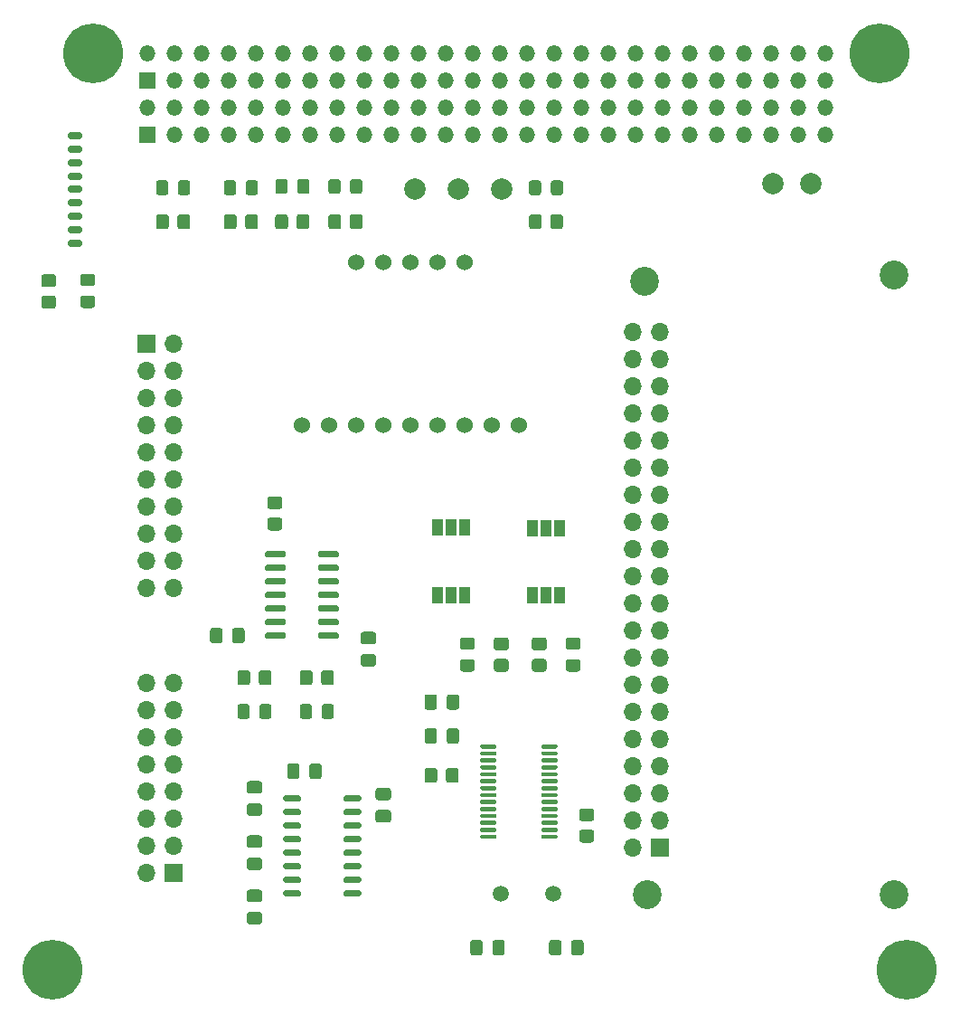
<source format=gbr>
%TF.GenerationSoftware,KiCad,Pcbnew,(5.1.9)-1*%
%TF.CreationDate,2021-10-27T20:29:57-04:00*%
%TF.ProjectId,REVERB Interface,52455645-5242-4204-996e-746572666163,rev?*%
%TF.SameCoordinates,Original*%
%TF.FileFunction,Soldermask,Top*%
%TF.FilePolarity,Negative*%
%FSLAX46Y46*%
G04 Gerber Fmt 4.6, Leading zero omitted, Abs format (unit mm)*
G04 Created by KiCad (PCBNEW (5.1.9)-1) date 2021-10-27 20:29:57*
%MOMM*%
%LPD*%
G01*
G04 APERTURE LIST*
%ADD10C,1.500000*%
%ADD11C,2.000000*%
%ADD12C,2.700000*%
%ADD13R,1.000000X1.500000*%
%ADD14C,1.524000*%
%ADD15C,5.600000*%
%ADD16C,3.600000*%
%ADD17O,1.400000X0.700000*%
%ADD18O,1.700000X1.700000*%
%ADD19R,1.700000X1.700000*%
%ADD20O,1.500000X1.500000*%
%ADD21R,1.500000X1.500000*%
G04 APERTURE END LIST*
%TO.C,U4*%
G36*
G01*
X133755000Y-112245000D02*
X133755000Y-112545000D01*
G75*
G02*
X133605000Y-112695000I-150000J0D01*
G01*
X131955000Y-112695000D01*
G75*
G02*
X131805000Y-112545000I0J150000D01*
G01*
X131805000Y-112245000D01*
G75*
G02*
X131955000Y-112095000I150000J0D01*
G01*
X133605000Y-112095000D01*
G75*
G02*
X133755000Y-112245000I0J-150000D01*
G01*
G37*
G36*
G01*
X133755000Y-110975000D02*
X133755000Y-111275000D01*
G75*
G02*
X133605000Y-111425000I-150000J0D01*
G01*
X131955000Y-111425000D01*
G75*
G02*
X131805000Y-111275000I0J150000D01*
G01*
X131805000Y-110975000D01*
G75*
G02*
X131955000Y-110825000I150000J0D01*
G01*
X133605000Y-110825000D01*
G75*
G02*
X133755000Y-110975000I0J-150000D01*
G01*
G37*
G36*
G01*
X133755000Y-109705000D02*
X133755000Y-110005000D01*
G75*
G02*
X133605000Y-110155000I-150000J0D01*
G01*
X131955000Y-110155000D01*
G75*
G02*
X131805000Y-110005000I0J150000D01*
G01*
X131805000Y-109705000D01*
G75*
G02*
X131955000Y-109555000I150000J0D01*
G01*
X133605000Y-109555000D01*
G75*
G02*
X133755000Y-109705000I0J-150000D01*
G01*
G37*
G36*
G01*
X133755000Y-108435000D02*
X133755000Y-108735000D01*
G75*
G02*
X133605000Y-108885000I-150000J0D01*
G01*
X131955000Y-108885000D01*
G75*
G02*
X131805000Y-108735000I0J150000D01*
G01*
X131805000Y-108435000D01*
G75*
G02*
X131955000Y-108285000I150000J0D01*
G01*
X133605000Y-108285000D01*
G75*
G02*
X133755000Y-108435000I0J-150000D01*
G01*
G37*
G36*
G01*
X133755000Y-107165000D02*
X133755000Y-107465000D01*
G75*
G02*
X133605000Y-107615000I-150000J0D01*
G01*
X131955000Y-107615000D01*
G75*
G02*
X131805000Y-107465000I0J150000D01*
G01*
X131805000Y-107165000D01*
G75*
G02*
X131955000Y-107015000I150000J0D01*
G01*
X133605000Y-107015000D01*
G75*
G02*
X133755000Y-107165000I0J-150000D01*
G01*
G37*
G36*
G01*
X133755000Y-105895000D02*
X133755000Y-106195000D01*
G75*
G02*
X133605000Y-106345000I-150000J0D01*
G01*
X131955000Y-106345000D01*
G75*
G02*
X131805000Y-106195000I0J150000D01*
G01*
X131805000Y-105895000D01*
G75*
G02*
X131955000Y-105745000I150000J0D01*
G01*
X133605000Y-105745000D01*
G75*
G02*
X133755000Y-105895000I0J-150000D01*
G01*
G37*
G36*
G01*
X133755000Y-104625000D02*
X133755000Y-104925000D01*
G75*
G02*
X133605000Y-105075000I-150000J0D01*
G01*
X131955000Y-105075000D01*
G75*
G02*
X131805000Y-104925000I0J150000D01*
G01*
X131805000Y-104625000D01*
G75*
G02*
X131955000Y-104475000I150000J0D01*
G01*
X133605000Y-104475000D01*
G75*
G02*
X133755000Y-104625000I0J-150000D01*
G01*
G37*
G36*
G01*
X138705000Y-104625000D02*
X138705000Y-104925000D01*
G75*
G02*
X138555000Y-105075000I-150000J0D01*
G01*
X136905000Y-105075000D01*
G75*
G02*
X136755000Y-104925000I0J150000D01*
G01*
X136755000Y-104625000D01*
G75*
G02*
X136905000Y-104475000I150000J0D01*
G01*
X138555000Y-104475000D01*
G75*
G02*
X138705000Y-104625000I0J-150000D01*
G01*
G37*
G36*
G01*
X138705000Y-105895000D02*
X138705000Y-106195000D01*
G75*
G02*
X138555000Y-106345000I-150000J0D01*
G01*
X136905000Y-106345000D01*
G75*
G02*
X136755000Y-106195000I0J150000D01*
G01*
X136755000Y-105895000D01*
G75*
G02*
X136905000Y-105745000I150000J0D01*
G01*
X138555000Y-105745000D01*
G75*
G02*
X138705000Y-105895000I0J-150000D01*
G01*
G37*
G36*
G01*
X138705000Y-107165000D02*
X138705000Y-107465000D01*
G75*
G02*
X138555000Y-107615000I-150000J0D01*
G01*
X136905000Y-107615000D01*
G75*
G02*
X136755000Y-107465000I0J150000D01*
G01*
X136755000Y-107165000D01*
G75*
G02*
X136905000Y-107015000I150000J0D01*
G01*
X138555000Y-107015000D01*
G75*
G02*
X138705000Y-107165000I0J-150000D01*
G01*
G37*
G36*
G01*
X138705000Y-108435000D02*
X138705000Y-108735000D01*
G75*
G02*
X138555000Y-108885000I-150000J0D01*
G01*
X136905000Y-108885000D01*
G75*
G02*
X136755000Y-108735000I0J150000D01*
G01*
X136755000Y-108435000D01*
G75*
G02*
X136905000Y-108285000I150000J0D01*
G01*
X138555000Y-108285000D01*
G75*
G02*
X138705000Y-108435000I0J-150000D01*
G01*
G37*
G36*
G01*
X138705000Y-109705000D02*
X138705000Y-110005000D01*
G75*
G02*
X138555000Y-110155000I-150000J0D01*
G01*
X136905000Y-110155000D01*
G75*
G02*
X136755000Y-110005000I0J150000D01*
G01*
X136755000Y-109705000D01*
G75*
G02*
X136905000Y-109555000I150000J0D01*
G01*
X138555000Y-109555000D01*
G75*
G02*
X138705000Y-109705000I0J-150000D01*
G01*
G37*
G36*
G01*
X138705000Y-110975000D02*
X138705000Y-111275000D01*
G75*
G02*
X138555000Y-111425000I-150000J0D01*
G01*
X136905000Y-111425000D01*
G75*
G02*
X136755000Y-111275000I0J150000D01*
G01*
X136755000Y-110975000D01*
G75*
G02*
X136905000Y-110825000I150000J0D01*
G01*
X138555000Y-110825000D01*
G75*
G02*
X138705000Y-110975000I0J-150000D01*
G01*
G37*
G36*
G01*
X138705000Y-112245000D02*
X138705000Y-112545000D01*
G75*
G02*
X138555000Y-112695000I-150000J0D01*
G01*
X136905000Y-112695000D01*
G75*
G02*
X136755000Y-112545000I0J150000D01*
G01*
X136755000Y-112245000D01*
G75*
G02*
X136905000Y-112095000I150000J0D01*
G01*
X138555000Y-112095000D01*
G75*
G02*
X138705000Y-112245000I0J-150000D01*
G01*
G37*
%TD*%
%TO.C,R13*%
G36*
G01*
X133165001Y-100565000D02*
X132264999Y-100565000D01*
G75*
G02*
X132015000Y-100315001I0J249999D01*
G01*
X132015000Y-99614999D01*
G75*
G02*
X132264999Y-99365000I249999J0D01*
G01*
X133165001Y-99365000D01*
G75*
G02*
X133415000Y-99614999I0J-249999D01*
G01*
X133415000Y-100315001D01*
G75*
G02*
X133165001Y-100565000I-249999J0D01*
G01*
G37*
G36*
G01*
X133165001Y-102565000D02*
X132264999Y-102565000D01*
G75*
G02*
X132015000Y-102315001I0J249999D01*
G01*
X132015000Y-101614999D01*
G75*
G02*
X132264999Y-101365000I249999J0D01*
G01*
X133165001Y-101365000D01*
G75*
G02*
X133415000Y-101614999I0J-249999D01*
G01*
X133415000Y-102315001D01*
G75*
G02*
X133165001Y-102565000I-249999J0D01*
G01*
G37*
%TD*%
%TO.C,C11*%
G36*
G01*
X141003000Y-114115000D02*
X141953000Y-114115000D01*
G75*
G02*
X142203000Y-114365000I0J-250000D01*
G01*
X142203000Y-115040000D01*
G75*
G02*
X141953000Y-115290000I-250000J0D01*
G01*
X141003000Y-115290000D01*
G75*
G02*
X140753000Y-115040000I0J250000D01*
G01*
X140753000Y-114365000D01*
G75*
G02*
X141003000Y-114115000I250000J0D01*
G01*
G37*
G36*
G01*
X141003000Y-112040000D02*
X141953000Y-112040000D01*
G75*
G02*
X142203000Y-112290000I0J-250000D01*
G01*
X142203000Y-112965000D01*
G75*
G02*
X141953000Y-113215000I-250000J0D01*
G01*
X141003000Y-113215000D01*
G75*
G02*
X140753000Y-112965000I0J250000D01*
G01*
X140753000Y-112290000D01*
G75*
G02*
X141003000Y-112040000I250000J0D01*
G01*
G37*
%TD*%
%TO.C,C10*%
G36*
G01*
X127820000Y-111920000D02*
X127820000Y-112870000D01*
G75*
G02*
X127570000Y-113120000I-250000J0D01*
G01*
X126895000Y-113120000D01*
G75*
G02*
X126645000Y-112870000I0J250000D01*
G01*
X126645000Y-111920000D01*
G75*
G02*
X126895000Y-111670000I250000J0D01*
G01*
X127570000Y-111670000D01*
G75*
G02*
X127820000Y-111920000I0J-250000D01*
G01*
G37*
G36*
G01*
X129895000Y-111920000D02*
X129895000Y-112870000D01*
G75*
G02*
X129645000Y-113120000I-250000J0D01*
G01*
X128970000Y-113120000D01*
G75*
G02*
X128720000Y-112870000I0J250000D01*
G01*
X128720000Y-111920000D01*
G75*
G02*
X128970000Y-111670000I250000J0D01*
G01*
X129645000Y-111670000D01*
G75*
G02*
X129895000Y-111920000I0J-250000D01*
G01*
G37*
%TD*%
%TO.C,U2*%
G36*
G01*
X139354999Y-136200000D02*
X140614997Y-136200000D01*
G75*
G02*
X140809997Y-136395000I0J-195000D01*
G01*
X140809997Y-136655000D01*
G75*
G02*
X140614997Y-136850000I-195000J0D01*
G01*
X139354999Y-136850000D01*
G75*
G02*
X139159999Y-136655000I0J195000D01*
G01*
X139159999Y-136395000D01*
G75*
G02*
X139354999Y-136200000I195000J0D01*
G01*
G37*
G36*
G01*
X139354999Y-134930000D02*
X140614997Y-134930000D01*
G75*
G02*
X140809997Y-135125000I0J-195000D01*
G01*
X140809997Y-135385000D01*
G75*
G02*
X140614997Y-135580000I-195000J0D01*
G01*
X139354999Y-135580000D01*
G75*
G02*
X139159999Y-135385000I0J195000D01*
G01*
X139159999Y-135125000D01*
G75*
G02*
X139354999Y-134930000I195000J0D01*
G01*
G37*
G36*
G01*
X139354999Y-133660000D02*
X140614997Y-133660000D01*
G75*
G02*
X140809997Y-133855000I0J-195000D01*
G01*
X140809997Y-134115000D01*
G75*
G02*
X140614997Y-134310000I-195000J0D01*
G01*
X139354999Y-134310000D01*
G75*
G02*
X139159999Y-134115000I0J195000D01*
G01*
X139159999Y-133855000D01*
G75*
G02*
X139354999Y-133660000I195000J0D01*
G01*
G37*
G36*
G01*
X139354999Y-132390000D02*
X140614997Y-132390000D01*
G75*
G02*
X140809997Y-132585000I0J-195000D01*
G01*
X140809997Y-132845000D01*
G75*
G02*
X140614997Y-133040000I-195000J0D01*
G01*
X139354999Y-133040000D01*
G75*
G02*
X139159999Y-132845000I0J195000D01*
G01*
X139159999Y-132585000D01*
G75*
G02*
X139354999Y-132390000I195000J0D01*
G01*
G37*
G36*
G01*
X139354999Y-131120000D02*
X140614997Y-131120000D01*
G75*
G02*
X140809997Y-131315000I0J-195000D01*
G01*
X140809997Y-131575000D01*
G75*
G02*
X140614997Y-131770000I-195000J0D01*
G01*
X139354999Y-131770000D01*
G75*
G02*
X139159999Y-131575000I0J195000D01*
G01*
X139159999Y-131315000D01*
G75*
G02*
X139354999Y-131120000I195000J0D01*
G01*
G37*
G36*
G01*
X139354999Y-129850000D02*
X140614997Y-129850000D01*
G75*
G02*
X140809997Y-130045000I0J-195000D01*
G01*
X140809997Y-130305000D01*
G75*
G02*
X140614997Y-130500000I-195000J0D01*
G01*
X139354999Y-130500000D01*
G75*
G02*
X139159999Y-130305000I0J195000D01*
G01*
X139159999Y-130045000D01*
G75*
G02*
X139354999Y-129850000I195000J0D01*
G01*
G37*
G36*
G01*
X139354999Y-128580000D02*
X140614997Y-128580000D01*
G75*
G02*
X140809997Y-128775000I0J-195000D01*
G01*
X140809997Y-129035000D01*
G75*
G02*
X140614997Y-129230000I-195000J0D01*
G01*
X139354999Y-129230000D01*
G75*
G02*
X139159999Y-129035000I0J195000D01*
G01*
X139159999Y-128775000D01*
G75*
G02*
X139354999Y-128580000I195000J0D01*
G01*
G37*
G36*
G01*
X139354999Y-127310000D02*
X140614997Y-127310000D01*
G75*
G02*
X140809997Y-127505000I0J-195000D01*
G01*
X140809997Y-127765000D01*
G75*
G02*
X140614997Y-127960000I-195000J0D01*
G01*
X139354999Y-127960000D01*
G75*
G02*
X139159999Y-127765000I0J195000D01*
G01*
X139159999Y-127505000D01*
G75*
G02*
X139354999Y-127310000I195000J0D01*
G01*
G37*
G36*
G01*
X133705000Y-136200000D02*
X134964998Y-136200000D01*
G75*
G02*
X135159998Y-136395000I0J-195000D01*
G01*
X135159998Y-136655000D01*
G75*
G02*
X134964998Y-136850000I-195000J0D01*
G01*
X133705000Y-136850000D01*
G75*
G02*
X133510000Y-136655000I0J195000D01*
G01*
X133510000Y-136395000D01*
G75*
G02*
X133705000Y-136200000I195000J0D01*
G01*
G37*
G36*
G01*
X133705000Y-134930000D02*
X134964998Y-134930000D01*
G75*
G02*
X135159998Y-135125000I0J-195000D01*
G01*
X135159998Y-135385000D01*
G75*
G02*
X134964998Y-135580000I-195000J0D01*
G01*
X133705000Y-135580000D01*
G75*
G02*
X133510000Y-135385000I0J195000D01*
G01*
X133510000Y-135125000D01*
G75*
G02*
X133705000Y-134930000I195000J0D01*
G01*
G37*
G36*
G01*
X133705000Y-133660000D02*
X134964998Y-133660000D01*
G75*
G02*
X135159998Y-133855000I0J-195000D01*
G01*
X135159998Y-134115000D01*
G75*
G02*
X134964998Y-134310000I-195000J0D01*
G01*
X133705000Y-134310000D01*
G75*
G02*
X133510000Y-134115000I0J195000D01*
G01*
X133510000Y-133855000D01*
G75*
G02*
X133705000Y-133660000I195000J0D01*
G01*
G37*
G36*
G01*
X133705000Y-132390000D02*
X134964998Y-132390000D01*
G75*
G02*
X135159998Y-132585000I0J-195000D01*
G01*
X135159998Y-132845000D01*
G75*
G02*
X134964998Y-133040000I-195000J0D01*
G01*
X133705000Y-133040000D01*
G75*
G02*
X133510000Y-132845000I0J195000D01*
G01*
X133510000Y-132585000D01*
G75*
G02*
X133705000Y-132390000I195000J0D01*
G01*
G37*
G36*
G01*
X133705000Y-131120000D02*
X134964998Y-131120000D01*
G75*
G02*
X135159998Y-131315000I0J-195000D01*
G01*
X135159998Y-131575000D01*
G75*
G02*
X134964998Y-131770000I-195000J0D01*
G01*
X133705000Y-131770000D01*
G75*
G02*
X133510000Y-131575000I0J195000D01*
G01*
X133510000Y-131315000D01*
G75*
G02*
X133705000Y-131120000I195000J0D01*
G01*
G37*
G36*
G01*
X133705000Y-129850000D02*
X134964998Y-129850000D01*
G75*
G02*
X135159998Y-130045000I0J-195000D01*
G01*
X135159998Y-130305000D01*
G75*
G02*
X134964998Y-130500000I-195000J0D01*
G01*
X133705000Y-130500000D01*
G75*
G02*
X133510000Y-130305000I0J195000D01*
G01*
X133510000Y-130045000D01*
G75*
G02*
X133705000Y-129850000I195000J0D01*
G01*
G37*
G36*
G01*
X133705000Y-128580000D02*
X134964998Y-128580000D01*
G75*
G02*
X135159998Y-128775000I0J-195000D01*
G01*
X135159998Y-129035000D01*
G75*
G02*
X134964998Y-129230000I-195000J0D01*
G01*
X133705000Y-129230000D01*
G75*
G02*
X133510000Y-129035000I0J195000D01*
G01*
X133510000Y-128775000D01*
G75*
G02*
X133705000Y-128580000I195000J0D01*
G01*
G37*
G36*
G01*
X133705000Y-127310000D02*
X134964998Y-127310000D01*
G75*
G02*
X135159998Y-127505000I0J-195000D01*
G01*
X135159998Y-127765000D01*
G75*
G02*
X134964998Y-127960000I-195000J0D01*
G01*
X133705000Y-127960000D01*
G75*
G02*
X133510000Y-127765000I0J195000D01*
G01*
X133510000Y-127505000D01*
G75*
G02*
X133705000Y-127310000I195000J0D01*
G01*
G37*
%TD*%
%TO.C,R12*%
G36*
G01*
X158515000Y-74110001D02*
X158515000Y-73209999D01*
G75*
G02*
X158764999Y-72960000I249999J0D01*
G01*
X159465001Y-72960000D01*
G75*
G02*
X159715000Y-73209999I0J-249999D01*
G01*
X159715000Y-74110001D01*
G75*
G02*
X159465001Y-74360000I-249999J0D01*
G01*
X158764999Y-74360000D01*
G75*
G02*
X158515000Y-74110001I0J249999D01*
G01*
G37*
G36*
G01*
X156515000Y-74110001D02*
X156515000Y-73209999D01*
G75*
G02*
X156764999Y-72960000I249999J0D01*
G01*
X157465001Y-72960000D01*
G75*
G02*
X157715000Y-73209999I0J-249999D01*
G01*
X157715000Y-74110001D01*
G75*
G02*
X157465001Y-74360000I-249999J0D01*
G01*
X156764999Y-74360000D01*
G75*
G02*
X156515000Y-74110001I0J249999D01*
G01*
G37*
%TD*%
%TO.C,R11*%
G36*
G01*
X111079999Y-80583000D02*
X111980001Y-80583000D01*
G75*
G02*
X112230000Y-80832999I0J-249999D01*
G01*
X112230000Y-81533001D01*
G75*
G02*
X111980001Y-81783000I-249999J0D01*
G01*
X111079999Y-81783000D01*
G75*
G02*
X110830000Y-81533001I0J249999D01*
G01*
X110830000Y-80832999D01*
G75*
G02*
X111079999Y-80583000I249999J0D01*
G01*
G37*
G36*
G01*
X111079999Y-78583000D02*
X111980001Y-78583000D01*
G75*
G02*
X112230000Y-78832999I0J-249999D01*
G01*
X112230000Y-79533001D01*
G75*
G02*
X111980001Y-79783000I-249999J0D01*
G01*
X111079999Y-79783000D01*
G75*
G02*
X110830000Y-79533001I0J249999D01*
G01*
X110830000Y-78832999D01*
G75*
G02*
X111079999Y-78583000I249999J0D01*
G01*
G37*
%TD*%
%TO.C,R10*%
G36*
G01*
X129140000Y-73209999D02*
X129140000Y-74110001D01*
G75*
G02*
X128890001Y-74360000I-249999J0D01*
G01*
X128189999Y-74360000D01*
G75*
G02*
X127940000Y-74110001I0J249999D01*
G01*
X127940000Y-73209999D01*
G75*
G02*
X128189999Y-72960000I249999J0D01*
G01*
X128890001Y-72960000D01*
G75*
G02*
X129140000Y-73209999I0J-249999D01*
G01*
G37*
G36*
G01*
X131140000Y-73209999D02*
X131140000Y-74110001D01*
G75*
G02*
X130890001Y-74360000I-249999J0D01*
G01*
X130189999Y-74360000D01*
G75*
G02*
X129940000Y-74110001I0J249999D01*
G01*
X129940000Y-73209999D01*
G75*
G02*
X130189999Y-72960000I249999J0D01*
G01*
X130890001Y-72960000D01*
G75*
G02*
X131140000Y-73209999I0J-249999D01*
G01*
G37*
%TD*%
%TO.C,R9*%
G36*
G01*
X122790000Y-73209999D02*
X122790000Y-74110001D01*
G75*
G02*
X122540001Y-74360000I-249999J0D01*
G01*
X121839999Y-74360000D01*
G75*
G02*
X121590000Y-74110001I0J249999D01*
G01*
X121590000Y-73209999D01*
G75*
G02*
X121839999Y-72960000I249999J0D01*
G01*
X122540001Y-72960000D01*
G75*
G02*
X122790000Y-73209999I0J-249999D01*
G01*
G37*
G36*
G01*
X124790000Y-73209999D02*
X124790000Y-74110001D01*
G75*
G02*
X124540001Y-74360000I-249999J0D01*
G01*
X123839999Y-74360000D01*
G75*
G02*
X123590000Y-74110001I0J249999D01*
G01*
X123590000Y-73209999D01*
G75*
G02*
X123839999Y-72960000I249999J0D01*
G01*
X124540001Y-72960000D01*
G75*
G02*
X124790000Y-73209999I0J-249999D01*
G01*
G37*
%TD*%
%TO.C,D12*%
G36*
G01*
X158565000Y-70935001D02*
X158565000Y-70034999D01*
G75*
G02*
X158814999Y-69785000I249999J0D01*
G01*
X159465001Y-69785000D01*
G75*
G02*
X159715000Y-70034999I0J-249999D01*
G01*
X159715000Y-70935001D01*
G75*
G02*
X159465001Y-71185000I-249999J0D01*
G01*
X158814999Y-71185000D01*
G75*
G02*
X158565000Y-70935001I0J249999D01*
G01*
G37*
G36*
G01*
X156515000Y-70935001D02*
X156515000Y-70034999D01*
G75*
G02*
X156764999Y-69785000I249999J0D01*
G01*
X157415001Y-69785000D01*
G75*
G02*
X157665000Y-70034999I0J-249999D01*
G01*
X157665000Y-70935001D01*
G75*
G02*
X157415001Y-71185000I-249999J0D01*
G01*
X156764999Y-71185000D01*
G75*
G02*
X156515000Y-70935001I0J249999D01*
G01*
G37*
%TD*%
%TO.C,D11*%
G36*
G01*
X114738999Y-80587000D02*
X115639001Y-80587000D01*
G75*
G02*
X115889000Y-80836999I0J-249999D01*
G01*
X115889000Y-81487001D01*
G75*
G02*
X115639001Y-81737000I-249999J0D01*
G01*
X114738999Y-81737000D01*
G75*
G02*
X114489000Y-81487001I0J249999D01*
G01*
X114489000Y-80836999D01*
G75*
G02*
X114738999Y-80587000I249999J0D01*
G01*
G37*
G36*
G01*
X114738999Y-78537000D02*
X115639001Y-78537000D01*
G75*
G02*
X115889000Y-78786999I0J-249999D01*
G01*
X115889000Y-79437001D01*
G75*
G02*
X115639001Y-79687000I-249999J0D01*
G01*
X114738999Y-79687000D01*
G75*
G02*
X114489000Y-79437001I0J249999D01*
G01*
X114489000Y-78786999D01*
G75*
G02*
X114738999Y-78537000I249999J0D01*
G01*
G37*
%TD*%
%TO.C,D10*%
G36*
G01*
X129090000Y-70034999D02*
X129090000Y-70935001D01*
G75*
G02*
X128840001Y-71185000I-249999J0D01*
G01*
X128189999Y-71185000D01*
G75*
G02*
X127940000Y-70935001I0J249999D01*
G01*
X127940000Y-70034999D01*
G75*
G02*
X128189999Y-69785000I249999J0D01*
G01*
X128840001Y-69785000D01*
G75*
G02*
X129090000Y-70034999I0J-249999D01*
G01*
G37*
G36*
G01*
X131140000Y-70034999D02*
X131140000Y-70935001D01*
G75*
G02*
X130890001Y-71185000I-249999J0D01*
G01*
X130239999Y-71185000D01*
G75*
G02*
X129990000Y-70935001I0J249999D01*
G01*
X129990000Y-70034999D01*
G75*
G02*
X130239999Y-69785000I249999J0D01*
G01*
X130890001Y-69785000D01*
G75*
G02*
X131140000Y-70034999I0J-249999D01*
G01*
G37*
%TD*%
%TO.C,D9*%
G36*
G01*
X122740000Y-70034999D02*
X122740000Y-70935001D01*
G75*
G02*
X122490001Y-71185000I-249999J0D01*
G01*
X121839999Y-71185000D01*
G75*
G02*
X121590000Y-70935001I0J249999D01*
G01*
X121590000Y-70034999D01*
G75*
G02*
X121839999Y-69785000I249999J0D01*
G01*
X122490001Y-69785000D01*
G75*
G02*
X122740000Y-70034999I0J-249999D01*
G01*
G37*
G36*
G01*
X124790000Y-70034999D02*
X124790000Y-70935001D01*
G75*
G02*
X124540001Y-71185000I-249999J0D01*
G01*
X123889999Y-71185000D01*
G75*
G02*
X123640000Y-70935001I0J249999D01*
G01*
X123640000Y-70034999D01*
G75*
G02*
X123889999Y-69785000I249999J0D01*
G01*
X124540001Y-69785000D01*
G75*
G02*
X124790000Y-70034999I0J-249999D01*
G01*
G37*
%TD*%
%TO.C,C7*%
G36*
G01*
X148807500Y-119093000D02*
X148807500Y-118143000D01*
G75*
G02*
X149057500Y-117893000I250000J0D01*
G01*
X149732500Y-117893000D01*
G75*
G02*
X149982500Y-118143000I0J-250000D01*
G01*
X149982500Y-119093000D01*
G75*
G02*
X149732500Y-119343000I-250000J0D01*
G01*
X149057500Y-119343000D01*
G75*
G02*
X148807500Y-119093000I0J250000D01*
G01*
G37*
G36*
G01*
X146732500Y-119093000D02*
X146732500Y-118143000D01*
G75*
G02*
X146982500Y-117893000I250000J0D01*
G01*
X147657500Y-117893000D01*
G75*
G02*
X147907500Y-118143000I0J-250000D01*
G01*
X147907500Y-119093000D01*
G75*
G02*
X147657500Y-119343000I-250000J0D01*
G01*
X146982500Y-119343000D01*
G75*
G02*
X146732500Y-119093000I0J250000D01*
G01*
G37*
%TD*%
%TO.C,C6*%
G36*
G01*
X148807500Y-122268000D02*
X148807500Y-121318000D01*
G75*
G02*
X149057500Y-121068000I250000J0D01*
G01*
X149732500Y-121068000D01*
G75*
G02*
X149982500Y-121318000I0J-250000D01*
G01*
X149982500Y-122268000D01*
G75*
G02*
X149732500Y-122518000I-250000J0D01*
G01*
X149057500Y-122518000D01*
G75*
G02*
X148807500Y-122268000I0J250000D01*
G01*
G37*
G36*
G01*
X146732500Y-122268000D02*
X146732500Y-121318000D01*
G75*
G02*
X146982500Y-121068000I250000J0D01*
G01*
X147657500Y-121068000D01*
G75*
G02*
X147907500Y-121318000I0J-250000D01*
G01*
X147907500Y-122268000D01*
G75*
G02*
X147657500Y-122518000I-250000J0D01*
G01*
X146982500Y-122518000D01*
G75*
G02*
X146732500Y-122268000I0J250000D01*
G01*
G37*
%TD*%
D10*
%TO.C,Y1*%
X153870000Y-136525000D03*
X158750000Y-136525000D03*
%TD*%
%TO.C,U3*%
G36*
G01*
X157700000Y-122875000D02*
X157700000Y-122675000D01*
G75*
G02*
X157800000Y-122575000I100000J0D01*
G01*
X159075000Y-122575000D01*
G75*
G02*
X159175000Y-122675000I0J-100000D01*
G01*
X159175000Y-122875000D01*
G75*
G02*
X159075000Y-122975000I-100000J0D01*
G01*
X157800000Y-122975000D01*
G75*
G02*
X157700000Y-122875000I0J100000D01*
G01*
G37*
G36*
G01*
X157700000Y-123525000D02*
X157700000Y-123325000D01*
G75*
G02*
X157800000Y-123225000I100000J0D01*
G01*
X159075000Y-123225000D01*
G75*
G02*
X159175000Y-123325000I0J-100000D01*
G01*
X159175000Y-123525000D01*
G75*
G02*
X159075000Y-123625000I-100000J0D01*
G01*
X157800000Y-123625000D01*
G75*
G02*
X157700000Y-123525000I0J100000D01*
G01*
G37*
G36*
G01*
X157700000Y-124175000D02*
X157700000Y-123975000D01*
G75*
G02*
X157800000Y-123875000I100000J0D01*
G01*
X159075000Y-123875000D01*
G75*
G02*
X159175000Y-123975000I0J-100000D01*
G01*
X159175000Y-124175000D01*
G75*
G02*
X159075000Y-124275000I-100000J0D01*
G01*
X157800000Y-124275000D01*
G75*
G02*
X157700000Y-124175000I0J100000D01*
G01*
G37*
G36*
G01*
X157700000Y-124825000D02*
X157700000Y-124625000D01*
G75*
G02*
X157800000Y-124525000I100000J0D01*
G01*
X159075000Y-124525000D01*
G75*
G02*
X159175000Y-124625000I0J-100000D01*
G01*
X159175000Y-124825000D01*
G75*
G02*
X159075000Y-124925000I-100000J0D01*
G01*
X157800000Y-124925000D01*
G75*
G02*
X157700000Y-124825000I0J100000D01*
G01*
G37*
G36*
G01*
X157700000Y-125475000D02*
X157700000Y-125275000D01*
G75*
G02*
X157800000Y-125175000I100000J0D01*
G01*
X159075000Y-125175000D01*
G75*
G02*
X159175000Y-125275000I0J-100000D01*
G01*
X159175000Y-125475000D01*
G75*
G02*
X159075000Y-125575000I-100000J0D01*
G01*
X157800000Y-125575000D01*
G75*
G02*
X157700000Y-125475000I0J100000D01*
G01*
G37*
G36*
G01*
X157700000Y-126125000D02*
X157700000Y-125925000D01*
G75*
G02*
X157800000Y-125825000I100000J0D01*
G01*
X159075000Y-125825000D01*
G75*
G02*
X159175000Y-125925000I0J-100000D01*
G01*
X159175000Y-126125000D01*
G75*
G02*
X159075000Y-126225000I-100000J0D01*
G01*
X157800000Y-126225000D01*
G75*
G02*
X157700000Y-126125000I0J100000D01*
G01*
G37*
G36*
G01*
X157700000Y-126775000D02*
X157700000Y-126575000D01*
G75*
G02*
X157800000Y-126475000I100000J0D01*
G01*
X159075000Y-126475000D01*
G75*
G02*
X159175000Y-126575000I0J-100000D01*
G01*
X159175000Y-126775000D01*
G75*
G02*
X159075000Y-126875000I-100000J0D01*
G01*
X157800000Y-126875000D01*
G75*
G02*
X157700000Y-126775000I0J100000D01*
G01*
G37*
G36*
G01*
X157700000Y-127425000D02*
X157700000Y-127225000D01*
G75*
G02*
X157800000Y-127125000I100000J0D01*
G01*
X159075000Y-127125000D01*
G75*
G02*
X159175000Y-127225000I0J-100000D01*
G01*
X159175000Y-127425000D01*
G75*
G02*
X159075000Y-127525000I-100000J0D01*
G01*
X157800000Y-127525000D01*
G75*
G02*
X157700000Y-127425000I0J100000D01*
G01*
G37*
G36*
G01*
X157700000Y-128075000D02*
X157700000Y-127875000D01*
G75*
G02*
X157800000Y-127775000I100000J0D01*
G01*
X159075000Y-127775000D01*
G75*
G02*
X159175000Y-127875000I0J-100000D01*
G01*
X159175000Y-128075000D01*
G75*
G02*
X159075000Y-128175000I-100000J0D01*
G01*
X157800000Y-128175000D01*
G75*
G02*
X157700000Y-128075000I0J100000D01*
G01*
G37*
G36*
G01*
X157700000Y-128725000D02*
X157700000Y-128525000D01*
G75*
G02*
X157800000Y-128425000I100000J0D01*
G01*
X159075000Y-128425000D01*
G75*
G02*
X159175000Y-128525000I0J-100000D01*
G01*
X159175000Y-128725000D01*
G75*
G02*
X159075000Y-128825000I-100000J0D01*
G01*
X157800000Y-128825000D01*
G75*
G02*
X157700000Y-128725000I0J100000D01*
G01*
G37*
G36*
G01*
X157700000Y-129375000D02*
X157700000Y-129175000D01*
G75*
G02*
X157800000Y-129075000I100000J0D01*
G01*
X159075000Y-129075000D01*
G75*
G02*
X159175000Y-129175000I0J-100000D01*
G01*
X159175000Y-129375000D01*
G75*
G02*
X159075000Y-129475000I-100000J0D01*
G01*
X157800000Y-129475000D01*
G75*
G02*
X157700000Y-129375000I0J100000D01*
G01*
G37*
G36*
G01*
X157700000Y-130025000D02*
X157700000Y-129825000D01*
G75*
G02*
X157800000Y-129725000I100000J0D01*
G01*
X159075000Y-129725000D01*
G75*
G02*
X159175000Y-129825000I0J-100000D01*
G01*
X159175000Y-130025000D01*
G75*
G02*
X159075000Y-130125000I-100000J0D01*
G01*
X157800000Y-130125000D01*
G75*
G02*
X157700000Y-130025000I0J100000D01*
G01*
G37*
G36*
G01*
X157700000Y-130675000D02*
X157700000Y-130475000D01*
G75*
G02*
X157800000Y-130375000I100000J0D01*
G01*
X159075000Y-130375000D01*
G75*
G02*
X159175000Y-130475000I0J-100000D01*
G01*
X159175000Y-130675000D01*
G75*
G02*
X159075000Y-130775000I-100000J0D01*
G01*
X157800000Y-130775000D01*
G75*
G02*
X157700000Y-130675000I0J100000D01*
G01*
G37*
G36*
G01*
X157700000Y-131325000D02*
X157700000Y-131125000D01*
G75*
G02*
X157800000Y-131025000I100000J0D01*
G01*
X159075000Y-131025000D01*
G75*
G02*
X159175000Y-131125000I0J-100000D01*
G01*
X159175000Y-131325000D01*
G75*
G02*
X159075000Y-131425000I-100000J0D01*
G01*
X157800000Y-131425000D01*
G75*
G02*
X157700000Y-131325000I0J100000D01*
G01*
G37*
G36*
G01*
X151975000Y-131325000D02*
X151975000Y-131125000D01*
G75*
G02*
X152075000Y-131025000I100000J0D01*
G01*
X153350000Y-131025000D01*
G75*
G02*
X153450000Y-131125000I0J-100000D01*
G01*
X153450000Y-131325000D01*
G75*
G02*
X153350000Y-131425000I-100000J0D01*
G01*
X152075000Y-131425000D01*
G75*
G02*
X151975000Y-131325000I0J100000D01*
G01*
G37*
G36*
G01*
X151975000Y-130675000D02*
X151975000Y-130475000D01*
G75*
G02*
X152075000Y-130375000I100000J0D01*
G01*
X153350000Y-130375000D01*
G75*
G02*
X153450000Y-130475000I0J-100000D01*
G01*
X153450000Y-130675000D01*
G75*
G02*
X153350000Y-130775000I-100000J0D01*
G01*
X152075000Y-130775000D01*
G75*
G02*
X151975000Y-130675000I0J100000D01*
G01*
G37*
G36*
G01*
X151975000Y-130025000D02*
X151975000Y-129825000D01*
G75*
G02*
X152075000Y-129725000I100000J0D01*
G01*
X153350000Y-129725000D01*
G75*
G02*
X153450000Y-129825000I0J-100000D01*
G01*
X153450000Y-130025000D01*
G75*
G02*
X153350000Y-130125000I-100000J0D01*
G01*
X152075000Y-130125000D01*
G75*
G02*
X151975000Y-130025000I0J100000D01*
G01*
G37*
G36*
G01*
X151975000Y-129375000D02*
X151975000Y-129175000D01*
G75*
G02*
X152075000Y-129075000I100000J0D01*
G01*
X153350000Y-129075000D01*
G75*
G02*
X153450000Y-129175000I0J-100000D01*
G01*
X153450000Y-129375000D01*
G75*
G02*
X153350000Y-129475000I-100000J0D01*
G01*
X152075000Y-129475000D01*
G75*
G02*
X151975000Y-129375000I0J100000D01*
G01*
G37*
G36*
G01*
X151975000Y-128725000D02*
X151975000Y-128525000D01*
G75*
G02*
X152075000Y-128425000I100000J0D01*
G01*
X153350000Y-128425000D01*
G75*
G02*
X153450000Y-128525000I0J-100000D01*
G01*
X153450000Y-128725000D01*
G75*
G02*
X153350000Y-128825000I-100000J0D01*
G01*
X152075000Y-128825000D01*
G75*
G02*
X151975000Y-128725000I0J100000D01*
G01*
G37*
G36*
G01*
X151975000Y-128075000D02*
X151975000Y-127875000D01*
G75*
G02*
X152075000Y-127775000I100000J0D01*
G01*
X153350000Y-127775000D01*
G75*
G02*
X153450000Y-127875000I0J-100000D01*
G01*
X153450000Y-128075000D01*
G75*
G02*
X153350000Y-128175000I-100000J0D01*
G01*
X152075000Y-128175000D01*
G75*
G02*
X151975000Y-128075000I0J100000D01*
G01*
G37*
G36*
G01*
X151975000Y-127425000D02*
X151975000Y-127225000D01*
G75*
G02*
X152075000Y-127125000I100000J0D01*
G01*
X153350000Y-127125000D01*
G75*
G02*
X153450000Y-127225000I0J-100000D01*
G01*
X153450000Y-127425000D01*
G75*
G02*
X153350000Y-127525000I-100000J0D01*
G01*
X152075000Y-127525000D01*
G75*
G02*
X151975000Y-127425000I0J100000D01*
G01*
G37*
G36*
G01*
X151975000Y-126775000D02*
X151975000Y-126575000D01*
G75*
G02*
X152075000Y-126475000I100000J0D01*
G01*
X153350000Y-126475000D01*
G75*
G02*
X153450000Y-126575000I0J-100000D01*
G01*
X153450000Y-126775000D01*
G75*
G02*
X153350000Y-126875000I-100000J0D01*
G01*
X152075000Y-126875000D01*
G75*
G02*
X151975000Y-126775000I0J100000D01*
G01*
G37*
G36*
G01*
X151975000Y-126125000D02*
X151975000Y-125925000D01*
G75*
G02*
X152075000Y-125825000I100000J0D01*
G01*
X153350000Y-125825000D01*
G75*
G02*
X153450000Y-125925000I0J-100000D01*
G01*
X153450000Y-126125000D01*
G75*
G02*
X153350000Y-126225000I-100000J0D01*
G01*
X152075000Y-126225000D01*
G75*
G02*
X151975000Y-126125000I0J100000D01*
G01*
G37*
G36*
G01*
X151975000Y-125475000D02*
X151975000Y-125275000D01*
G75*
G02*
X152075000Y-125175000I100000J0D01*
G01*
X153350000Y-125175000D01*
G75*
G02*
X153450000Y-125275000I0J-100000D01*
G01*
X153450000Y-125475000D01*
G75*
G02*
X153350000Y-125575000I-100000J0D01*
G01*
X152075000Y-125575000D01*
G75*
G02*
X151975000Y-125475000I0J100000D01*
G01*
G37*
G36*
G01*
X151975000Y-124825000D02*
X151975000Y-124625000D01*
G75*
G02*
X152075000Y-124525000I100000J0D01*
G01*
X153350000Y-124525000D01*
G75*
G02*
X153450000Y-124625000I0J-100000D01*
G01*
X153450000Y-124825000D01*
G75*
G02*
X153350000Y-124925000I-100000J0D01*
G01*
X152075000Y-124925000D01*
G75*
G02*
X151975000Y-124825000I0J100000D01*
G01*
G37*
G36*
G01*
X151975000Y-124175000D02*
X151975000Y-123975000D01*
G75*
G02*
X152075000Y-123875000I100000J0D01*
G01*
X153350000Y-123875000D01*
G75*
G02*
X153450000Y-123975000I0J-100000D01*
G01*
X153450000Y-124175000D01*
G75*
G02*
X153350000Y-124275000I-100000J0D01*
G01*
X152075000Y-124275000D01*
G75*
G02*
X151975000Y-124175000I0J100000D01*
G01*
G37*
G36*
G01*
X151975000Y-123525000D02*
X151975000Y-123325000D01*
G75*
G02*
X152075000Y-123225000I100000J0D01*
G01*
X153350000Y-123225000D01*
G75*
G02*
X153450000Y-123325000I0J-100000D01*
G01*
X153450000Y-123525000D01*
G75*
G02*
X153350000Y-123625000I-100000J0D01*
G01*
X152075000Y-123625000D01*
G75*
G02*
X151975000Y-123525000I0J100000D01*
G01*
G37*
G36*
G01*
X151975000Y-122875000D02*
X151975000Y-122675000D01*
G75*
G02*
X152075000Y-122575000I100000J0D01*
G01*
X153350000Y-122575000D01*
G75*
G02*
X153450000Y-122675000I0J-100000D01*
G01*
X153450000Y-122875000D01*
G75*
G02*
X153350000Y-122975000I-100000J0D01*
G01*
X152075000Y-122975000D01*
G75*
G02*
X151975000Y-122875000I0J100000D01*
G01*
G37*
%TD*%
%TO.C,R8*%
G36*
G01*
X148736000Y-125926001D02*
X148736000Y-125025999D01*
G75*
G02*
X148985999Y-124776000I249999J0D01*
G01*
X149686001Y-124776000D01*
G75*
G02*
X149936000Y-125025999I0J-249999D01*
G01*
X149936000Y-125926001D01*
G75*
G02*
X149686001Y-126176000I-249999J0D01*
G01*
X148985999Y-126176000D01*
G75*
G02*
X148736000Y-125926001I0J249999D01*
G01*
G37*
G36*
G01*
X146736000Y-125926001D02*
X146736000Y-125025999D01*
G75*
G02*
X146985999Y-124776000I249999J0D01*
G01*
X147686001Y-124776000D01*
G75*
G02*
X147936000Y-125025999I0J-249999D01*
G01*
X147936000Y-125926001D01*
G75*
G02*
X147686001Y-126176000I-249999J0D01*
G01*
X146985999Y-126176000D01*
G75*
G02*
X146736000Y-125926001I0J249999D01*
G01*
G37*
%TD*%
%TO.C,R7*%
G36*
G01*
X161474999Y-130575000D02*
X162375001Y-130575000D01*
G75*
G02*
X162625000Y-130824999I0J-249999D01*
G01*
X162625000Y-131525001D01*
G75*
G02*
X162375001Y-131775000I-249999J0D01*
G01*
X161474999Y-131775000D01*
G75*
G02*
X161225000Y-131525001I0J249999D01*
G01*
X161225000Y-130824999D01*
G75*
G02*
X161474999Y-130575000I249999J0D01*
G01*
G37*
G36*
G01*
X161474999Y-128575000D02*
X162375001Y-128575000D01*
G75*
G02*
X162625000Y-128824999I0J-249999D01*
G01*
X162625000Y-129525001D01*
G75*
G02*
X162375001Y-129775000I-249999J0D01*
G01*
X161474999Y-129775000D01*
G75*
G02*
X161225000Y-129525001I0J249999D01*
G01*
X161225000Y-128824999D01*
G75*
G02*
X161474999Y-128575000I249999J0D01*
G01*
G37*
%TD*%
%TO.C,C9*%
G36*
G01*
X152182500Y-141130000D02*
X152182500Y-142080000D01*
G75*
G02*
X151932500Y-142330000I-250000J0D01*
G01*
X151257500Y-142330000D01*
G75*
G02*
X151007500Y-142080000I0J250000D01*
G01*
X151007500Y-141130000D01*
G75*
G02*
X151257500Y-140880000I250000J0D01*
G01*
X151932500Y-140880000D01*
G75*
G02*
X152182500Y-141130000I0J-250000D01*
G01*
G37*
G36*
G01*
X154257500Y-141130000D02*
X154257500Y-142080000D01*
G75*
G02*
X154007500Y-142330000I-250000J0D01*
G01*
X153332500Y-142330000D01*
G75*
G02*
X153082500Y-142080000I0J250000D01*
G01*
X153082500Y-141130000D01*
G75*
G02*
X153332500Y-140880000I250000J0D01*
G01*
X154007500Y-140880000D01*
G75*
G02*
X154257500Y-141130000I0J-250000D01*
G01*
G37*
%TD*%
%TO.C,C8*%
G36*
G01*
X160470000Y-142080000D02*
X160470000Y-141130000D01*
G75*
G02*
X160720000Y-140880000I250000J0D01*
G01*
X161395000Y-140880000D01*
G75*
G02*
X161645000Y-141130000I0J-250000D01*
G01*
X161645000Y-142080000D01*
G75*
G02*
X161395000Y-142330000I-250000J0D01*
G01*
X160720000Y-142330000D01*
G75*
G02*
X160470000Y-142080000I0J250000D01*
G01*
G37*
G36*
G01*
X158395000Y-142080000D02*
X158395000Y-141130000D01*
G75*
G02*
X158645000Y-140880000I250000J0D01*
G01*
X159320000Y-140880000D01*
G75*
G02*
X159570000Y-141130000I0J-250000D01*
G01*
X159570000Y-142080000D01*
G75*
G02*
X159320000Y-142330000I-250000J0D01*
G01*
X158645000Y-142330000D01*
G75*
G02*
X158395000Y-142080000I0J250000D01*
G01*
G37*
%TD*%
D11*
%TO.C,TP5*%
X145796000Y-70612000D03*
%TD*%
%TO.C,TP4*%
X179324000Y-70104000D03*
%TD*%
%TO.C,TP3*%
X149860000Y-70612000D03*
%TD*%
%TO.C,TP2*%
X153924000Y-70612000D03*
%TD*%
%TO.C,TP1*%
X182880000Y-70104000D03*
%TD*%
D12*
%TO.C,M8*%
X190701000Y-136609000D03*
%TD*%
%TO.C,M7*%
X190701000Y-78609000D03*
%TD*%
%TO.C,M6*%
X167574000Y-136609000D03*
%TD*%
%TO.C,M5*%
X167384000Y-79244000D03*
%TD*%
%TO.C,R6*%
G36*
G01*
X130410000Y-115881999D02*
X130410000Y-116782001D01*
G75*
G02*
X130160001Y-117032000I-249999J0D01*
G01*
X129459999Y-117032000D01*
G75*
G02*
X129210000Y-116782001I0J249999D01*
G01*
X129210000Y-115881999D01*
G75*
G02*
X129459999Y-115632000I249999J0D01*
G01*
X130160001Y-115632000D01*
G75*
G02*
X130410000Y-115881999I0J-249999D01*
G01*
G37*
G36*
G01*
X132410000Y-115881999D02*
X132410000Y-116782001D01*
G75*
G02*
X132160001Y-117032000I-249999J0D01*
G01*
X131459999Y-117032000D01*
G75*
G02*
X131210000Y-116782001I0J249999D01*
G01*
X131210000Y-115881999D01*
G75*
G02*
X131459999Y-115632000I249999J0D01*
G01*
X132160001Y-115632000D01*
G75*
G02*
X132410000Y-115881999I0J-249999D01*
G01*
G37*
%TD*%
%TO.C,R5*%
G36*
G01*
X136252000Y-115881999D02*
X136252000Y-116782001D01*
G75*
G02*
X136002001Y-117032000I-249999J0D01*
G01*
X135301999Y-117032000D01*
G75*
G02*
X135052000Y-116782001I0J249999D01*
G01*
X135052000Y-115881999D01*
G75*
G02*
X135301999Y-115632000I249999J0D01*
G01*
X136002001Y-115632000D01*
G75*
G02*
X136252000Y-115881999I0J-249999D01*
G01*
G37*
G36*
G01*
X138252000Y-115881999D02*
X138252000Y-116782001D01*
G75*
G02*
X138002001Y-117032000I-249999J0D01*
G01*
X137301999Y-117032000D01*
G75*
G02*
X137052000Y-116782001I0J249999D01*
G01*
X137052000Y-115881999D01*
G75*
G02*
X137301999Y-115632000I249999J0D01*
G01*
X138002001Y-115632000D01*
G75*
G02*
X138252000Y-115881999I0J-249999D01*
G01*
G37*
%TD*%
%TO.C,R4*%
G36*
G01*
X133950000Y-73209999D02*
X133950000Y-74110001D01*
G75*
G02*
X133700001Y-74360000I-249999J0D01*
G01*
X132999999Y-74360000D01*
G75*
G02*
X132750000Y-74110001I0J249999D01*
G01*
X132750000Y-73209999D01*
G75*
G02*
X132999999Y-72960000I249999J0D01*
G01*
X133700001Y-72960000D01*
G75*
G02*
X133950000Y-73209999I0J-249999D01*
G01*
G37*
G36*
G01*
X135950000Y-73209999D02*
X135950000Y-74110001D01*
G75*
G02*
X135700001Y-74360000I-249999J0D01*
G01*
X134999999Y-74360000D01*
G75*
G02*
X134750000Y-74110001I0J249999D01*
G01*
X134750000Y-73209999D01*
G75*
G02*
X134999999Y-72960000I249999J0D01*
G01*
X135700001Y-72960000D01*
G75*
G02*
X135950000Y-73209999I0J-249999D01*
G01*
G37*
%TD*%
%TO.C,R3*%
G36*
G01*
X138935000Y-73209999D02*
X138935000Y-74110001D01*
G75*
G02*
X138685001Y-74360000I-249999J0D01*
G01*
X137984999Y-74360000D01*
G75*
G02*
X137735000Y-74110001I0J249999D01*
G01*
X137735000Y-73209999D01*
G75*
G02*
X137984999Y-72960000I249999J0D01*
G01*
X138685001Y-72960000D01*
G75*
G02*
X138935000Y-73209999I0J-249999D01*
G01*
G37*
G36*
G01*
X140935000Y-73209999D02*
X140935000Y-74110001D01*
G75*
G02*
X140685001Y-74360000I-249999J0D01*
G01*
X139984999Y-74360000D01*
G75*
G02*
X139735000Y-74110001I0J249999D01*
G01*
X139735000Y-73209999D01*
G75*
G02*
X139984999Y-72960000I249999J0D01*
G01*
X140685001Y-72960000D01*
G75*
G02*
X140935000Y-73209999I0J-249999D01*
G01*
G37*
%TD*%
%TO.C,R2*%
G36*
G01*
X153473999Y-114573000D02*
X154374001Y-114573000D01*
G75*
G02*
X154624000Y-114822999I0J-249999D01*
G01*
X154624000Y-115523001D01*
G75*
G02*
X154374001Y-115773000I-249999J0D01*
G01*
X153473999Y-115773000D01*
G75*
G02*
X153224000Y-115523001I0J249999D01*
G01*
X153224000Y-114822999D01*
G75*
G02*
X153473999Y-114573000I249999J0D01*
G01*
G37*
G36*
G01*
X153473999Y-112573000D02*
X154374001Y-112573000D01*
G75*
G02*
X154624000Y-112822999I0J-249999D01*
G01*
X154624000Y-113523001D01*
G75*
G02*
X154374001Y-113773000I-249999J0D01*
G01*
X153473999Y-113773000D01*
G75*
G02*
X153224000Y-113523001I0J249999D01*
G01*
X153224000Y-112822999D01*
G75*
G02*
X153473999Y-112573000I249999J0D01*
G01*
G37*
%TD*%
%TO.C,R1*%
G36*
G01*
X157029999Y-114573000D02*
X157930001Y-114573000D01*
G75*
G02*
X158180000Y-114822999I0J-249999D01*
G01*
X158180000Y-115523001D01*
G75*
G02*
X157930001Y-115773000I-249999J0D01*
G01*
X157029999Y-115773000D01*
G75*
G02*
X156780000Y-115523001I0J249999D01*
G01*
X156780000Y-114822999D01*
G75*
G02*
X157029999Y-114573000I249999J0D01*
G01*
G37*
G36*
G01*
X157029999Y-112573000D02*
X157930001Y-112573000D01*
G75*
G02*
X158180000Y-112822999I0J-249999D01*
G01*
X158180000Y-113523001D01*
G75*
G02*
X157930001Y-113773000I-249999J0D01*
G01*
X157029999Y-113773000D01*
G75*
G02*
X156780000Y-113523001I0J249999D01*
G01*
X156780000Y-112822999D01*
G75*
G02*
X157029999Y-112573000I249999J0D01*
G01*
G37*
%TD*%
D13*
%TO.C,JP4*%
X156815000Y-108585000D03*
X158115000Y-108585000D03*
X159415000Y-108585000D03*
%TD*%
%TO.C,JP3*%
X147925000Y-108585000D03*
X149225000Y-108585000D03*
X150525000Y-108585000D03*
%TD*%
%TO.C,JP2*%
X156815000Y-102320000D03*
X158115000Y-102320000D03*
X159415000Y-102320000D03*
%TD*%
%TO.C,JP1*%
X147925000Y-102235000D03*
X149225000Y-102235000D03*
X150525000Y-102235000D03*
%TD*%
D14*
%TO.C,U1*%
X135255000Y-92710000D03*
X137795000Y-92710000D03*
X140335000Y-92710000D03*
X142875000Y-92710000D03*
X145415000Y-92710000D03*
X147955000Y-92710000D03*
X150495000Y-92710000D03*
X153035000Y-92710000D03*
X155575000Y-92710000D03*
X140335000Y-77470000D03*
X150495000Y-77470000D03*
X147955000Y-77470000D03*
X145415000Y-77470000D03*
X142875000Y-77470000D03*
%TD*%
%TO.C,D6*%
G36*
G01*
X130360000Y-119056999D02*
X130360000Y-119957001D01*
G75*
G02*
X130110001Y-120207000I-249999J0D01*
G01*
X129459999Y-120207000D01*
G75*
G02*
X129210000Y-119957001I0J249999D01*
G01*
X129210000Y-119056999D01*
G75*
G02*
X129459999Y-118807000I249999J0D01*
G01*
X130110001Y-118807000D01*
G75*
G02*
X130360000Y-119056999I0J-249999D01*
G01*
G37*
G36*
G01*
X132410000Y-119056999D02*
X132410000Y-119957001D01*
G75*
G02*
X132160001Y-120207000I-249999J0D01*
G01*
X131509999Y-120207000D01*
G75*
G02*
X131260000Y-119957001I0J249999D01*
G01*
X131260000Y-119056999D01*
G75*
G02*
X131509999Y-118807000I249999J0D01*
G01*
X132160001Y-118807000D01*
G75*
G02*
X132410000Y-119056999I0J-249999D01*
G01*
G37*
%TD*%
%TO.C,D5*%
G36*
G01*
X136202000Y-119056999D02*
X136202000Y-119957001D01*
G75*
G02*
X135952001Y-120207000I-249999J0D01*
G01*
X135301999Y-120207000D01*
G75*
G02*
X135052000Y-119957001I0J249999D01*
G01*
X135052000Y-119056999D01*
G75*
G02*
X135301999Y-118807000I249999J0D01*
G01*
X135952001Y-118807000D01*
G75*
G02*
X136202000Y-119056999I0J-249999D01*
G01*
G37*
G36*
G01*
X138252000Y-119056999D02*
X138252000Y-119957001D01*
G75*
G02*
X138002001Y-120207000I-249999J0D01*
G01*
X137351999Y-120207000D01*
G75*
G02*
X137102000Y-119957001I0J249999D01*
G01*
X137102000Y-119056999D01*
G75*
G02*
X137351999Y-118807000I249999J0D01*
G01*
X138002001Y-118807000D01*
G75*
G02*
X138252000Y-119056999I0J-249999D01*
G01*
G37*
%TD*%
%TO.C,D4*%
G36*
G01*
X133916000Y-69907999D02*
X133916000Y-70808001D01*
G75*
G02*
X133666001Y-71058000I-249999J0D01*
G01*
X133015999Y-71058000D01*
G75*
G02*
X132766000Y-70808001I0J249999D01*
G01*
X132766000Y-69907999D01*
G75*
G02*
X133015999Y-69658000I249999J0D01*
G01*
X133666001Y-69658000D01*
G75*
G02*
X133916000Y-69907999I0J-249999D01*
G01*
G37*
G36*
G01*
X135966000Y-69907999D02*
X135966000Y-70808001D01*
G75*
G02*
X135716001Y-71058000I-249999J0D01*
G01*
X135065999Y-71058000D01*
G75*
G02*
X134816000Y-70808001I0J249999D01*
G01*
X134816000Y-69907999D01*
G75*
G02*
X135065999Y-69658000I249999J0D01*
G01*
X135716001Y-69658000D01*
G75*
G02*
X135966000Y-69907999I0J-249999D01*
G01*
G37*
%TD*%
%TO.C,D3*%
G36*
G01*
X138869000Y-69907999D02*
X138869000Y-70808001D01*
G75*
G02*
X138619001Y-71058000I-249999J0D01*
G01*
X137968999Y-71058000D01*
G75*
G02*
X137719000Y-70808001I0J249999D01*
G01*
X137719000Y-69907999D01*
G75*
G02*
X137968999Y-69658000I249999J0D01*
G01*
X138619001Y-69658000D01*
G75*
G02*
X138869000Y-69907999I0J-249999D01*
G01*
G37*
G36*
G01*
X140919000Y-69907999D02*
X140919000Y-70808001D01*
G75*
G02*
X140669001Y-71058000I-249999J0D01*
G01*
X140018999Y-71058000D01*
G75*
G02*
X139769000Y-70808001I0J249999D01*
G01*
X139769000Y-69907999D01*
G75*
G02*
X140018999Y-69658000I249999J0D01*
G01*
X140669001Y-69658000D01*
G75*
G02*
X140919000Y-69907999I0J-249999D01*
G01*
G37*
%TD*%
%TO.C,D2*%
G36*
G01*
X150298999Y-114623000D02*
X151199001Y-114623000D01*
G75*
G02*
X151449000Y-114872999I0J-249999D01*
G01*
X151449000Y-115523001D01*
G75*
G02*
X151199001Y-115773000I-249999J0D01*
G01*
X150298999Y-115773000D01*
G75*
G02*
X150049000Y-115523001I0J249999D01*
G01*
X150049000Y-114872999D01*
G75*
G02*
X150298999Y-114623000I249999J0D01*
G01*
G37*
G36*
G01*
X150298999Y-112573000D02*
X151199001Y-112573000D01*
G75*
G02*
X151449000Y-112822999I0J-249999D01*
G01*
X151449000Y-113473001D01*
G75*
G02*
X151199001Y-113723000I-249999J0D01*
G01*
X150298999Y-113723000D01*
G75*
G02*
X150049000Y-113473001I0J249999D01*
G01*
X150049000Y-112822999D01*
G75*
G02*
X150298999Y-112573000I249999J0D01*
G01*
G37*
%TD*%
%TO.C,D1*%
G36*
G01*
X160204999Y-114623000D02*
X161105001Y-114623000D01*
G75*
G02*
X161355000Y-114872999I0J-249999D01*
G01*
X161355000Y-115523001D01*
G75*
G02*
X161105001Y-115773000I-249999J0D01*
G01*
X160204999Y-115773000D01*
G75*
G02*
X159955000Y-115523001I0J249999D01*
G01*
X159955000Y-114872999D01*
G75*
G02*
X160204999Y-114623000I249999J0D01*
G01*
G37*
G36*
G01*
X160204999Y-112573000D02*
X161105001Y-112573000D01*
G75*
G02*
X161355000Y-112822999I0J-249999D01*
G01*
X161355000Y-113473001D01*
G75*
G02*
X161105001Y-113723000I-249999J0D01*
G01*
X160204999Y-113723000D01*
G75*
G02*
X159955000Y-113473001I0J249999D01*
G01*
X159955000Y-112822999D01*
G75*
G02*
X160204999Y-112573000I249999J0D01*
G01*
G37*
%TD*%
D15*
%TO.C,M4*%
X191926000Y-143664000D03*
D16*
X191926000Y-143664000D03*
%TD*%
D15*
%TO.C,M3*%
X111916000Y-143664000D03*
D16*
X111916000Y-143664000D03*
%TD*%
D15*
%TO.C,M2*%
X189386000Y-57939000D03*
D16*
X189386000Y-57939000D03*
%TD*%
D15*
%TO.C,M1*%
X115726000Y-57939000D03*
D16*
X115726000Y-57939000D03*
%TD*%
D17*
%TO.C,J4*%
X114006000Y-75639000D03*
X114006000Y-74389000D03*
X114006000Y-73139000D03*
X114006000Y-71889000D03*
X114006000Y-70639000D03*
X114006000Y-69389000D03*
X114006000Y-68139000D03*
X114006000Y-66889000D03*
X114006000Y-65639000D03*
%TD*%
D18*
%TO.C,J3*%
X123190000Y-107950000D03*
X120650000Y-107950000D03*
X123190000Y-105410000D03*
X120650000Y-105410000D03*
X123190000Y-102870000D03*
X120650000Y-102870000D03*
X123190000Y-100330000D03*
X120650000Y-100330000D03*
X123190000Y-97790000D03*
X120650000Y-97790000D03*
X123190000Y-95250000D03*
X120650000Y-95250000D03*
X123190000Y-92710000D03*
X120650000Y-92710000D03*
X123190000Y-90170000D03*
X120650000Y-90170000D03*
X123190000Y-87630000D03*
X120650000Y-87630000D03*
X123190000Y-85090000D03*
D19*
X120650000Y-85090000D03*
%TD*%
D18*
%TO.C,J2*%
X120650000Y-116840000D03*
X123190000Y-116840000D03*
X120650000Y-119380000D03*
X123190000Y-119380000D03*
X120650000Y-121920000D03*
X123190000Y-121920000D03*
X120650000Y-124460000D03*
X123190000Y-124460000D03*
X120650000Y-127000000D03*
X123190000Y-127000000D03*
X120650000Y-129540000D03*
X123190000Y-129540000D03*
X120650000Y-132080000D03*
X123190000Y-132080000D03*
X120650000Y-134620000D03*
D19*
X123190000Y-134620000D03*
%TD*%
D18*
%TO.C,J1*%
X166256000Y-84014000D03*
X168796000Y-84014000D03*
X166256000Y-86554000D03*
X168796000Y-86554000D03*
X166256000Y-89094000D03*
X168796000Y-89094000D03*
X166256000Y-91634000D03*
X168796000Y-91634000D03*
X166256000Y-94174000D03*
X168796000Y-94174000D03*
X166256000Y-96714000D03*
X168796000Y-96714000D03*
X166256000Y-99254000D03*
X168796000Y-99254000D03*
X166256000Y-101794000D03*
X168796000Y-101794000D03*
X166256000Y-104334000D03*
X168796000Y-104334000D03*
X166256000Y-106874000D03*
X168796000Y-106874000D03*
X166256000Y-109414000D03*
X168796000Y-109414000D03*
X166256000Y-111954000D03*
X168796000Y-111954000D03*
X166256000Y-114494000D03*
X168796000Y-114494000D03*
X166256000Y-117034000D03*
X168796000Y-117034000D03*
X166256000Y-119574000D03*
X168796000Y-119574000D03*
X166256000Y-122114000D03*
X168796000Y-122114000D03*
X166256000Y-124654000D03*
X168796000Y-124654000D03*
X166256000Y-127194000D03*
X168796000Y-127194000D03*
X166256000Y-129734000D03*
X168796000Y-129734000D03*
X166256000Y-132274000D03*
D19*
X168796000Y-132274000D03*
%TD*%
D20*
%TO.C,H2*%
X184306000Y-57939000D03*
X184306000Y-60479000D03*
X181766000Y-57939000D03*
X181766000Y-60479000D03*
X179226000Y-57939000D03*
X179226000Y-60479000D03*
X176686000Y-57939000D03*
X176686000Y-60479000D03*
X174146000Y-57939000D03*
X174146000Y-60479000D03*
X171606000Y-57939000D03*
X171606000Y-60479000D03*
X169066000Y-57939000D03*
X169066000Y-60479000D03*
X166526000Y-57939000D03*
X166526000Y-60479000D03*
X163986000Y-57939000D03*
X163986000Y-60479000D03*
X161446000Y-57939000D03*
X161446000Y-60479000D03*
X158906000Y-57939000D03*
X158906000Y-60479000D03*
X156366000Y-57939000D03*
X156366000Y-60479000D03*
X153826000Y-57939000D03*
X153826000Y-60479000D03*
X151286000Y-57939000D03*
X151286000Y-60479000D03*
X148746000Y-57939000D03*
X148746000Y-60479000D03*
X146206000Y-57939000D03*
X146206000Y-60479000D03*
X143666000Y-57939000D03*
X143666000Y-60479000D03*
X141126000Y-57939000D03*
X141126000Y-60479000D03*
X138586000Y-57939000D03*
X138586000Y-60479000D03*
X136046000Y-57939000D03*
X136046000Y-60479000D03*
X133506000Y-57939000D03*
X133506000Y-60479000D03*
X130966000Y-57939000D03*
X130966000Y-60479000D03*
X128426000Y-57939000D03*
X128426000Y-60479000D03*
X125886000Y-57939000D03*
X125886000Y-60479000D03*
X123346000Y-57939000D03*
X123346000Y-60479000D03*
X120806000Y-57939000D03*
D21*
X120806000Y-60479000D03*
%TD*%
D20*
%TO.C,H1*%
X184306000Y-63019000D03*
X184306000Y-65559000D03*
X181766000Y-63019000D03*
X181766000Y-65559000D03*
X179226000Y-63019000D03*
X179226000Y-65559000D03*
X176686000Y-63019000D03*
X176686000Y-65559000D03*
X174146000Y-63019000D03*
X174146000Y-65559000D03*
X171606000Y-63019000D03*
X171606000Y-65559000D03*
X169066000Y-63019000D03*
X169066000Y-65559000D03*
X166526000Y-63019000D03*
X166526000Y-65559000D03*
X163986000Y-63019000D03*
X163986000Y-65559000D03*
X161446000Y-63019000D03*
X161446000Y-65559000D03*
X158906000Y-63019000D03*
X158906000Y-65559000D03*
X156366000Y-63019000D03*
X156366000Y-65559000D03*
X153826000Y-63019000D03*
X153826000Y-65559000D03*
X151286000Y-63019000D03*
X151286000Y-65559000D03*
X148746000Y-63019000D03*
X148746000Y-65559000D03*
X146206000Y-63019000D03*
X146206000Y-65559000D03*
X143666000Y-63019000D03*
X143666000Y-65559000D03*
X141126000Y-63019000D03*
X141126000Y-65559000D03*
X138586000Y-63019000D03*
X138586000Y-65559000D03*
X136046000Y-63019000D03*
X136046000Y-65559000D03*
X133506000Y-63019000D03*
X133506000Y-65559000D03*
X130966000Y-63019000D03*
X130966000Y-65559000D03*
X128426000Y-63019000D03*
X128426000Y-65559000D03*
X125886000Y-63019000D03*
X125886000Y-65559000D03*
X123346000Y-63019000D03*
X123346000Y-65559000D03*
X120806000Y-63019000D03*
D21*
X120806000Y-65559000D03*
%TD*%
%TO.C,C5*%
G36*
G01*
X142400000Y-128720000D02*
X143350000Y-128720000D01*
G75*
G02*
X143600000Y-128970000I0J-250000D01*
G01*
X143600000Y-129645000D01*
G75*
G02*
X143350000Y-129895000I-250000J0D01*
G01*
X142400000Y-129895000D01*
G75*
G02*
X142150000Y-129645000I0J250000D01*
G01*
X142150000Y-128970000D01*
G75*
G02*
X142400000Y-128720000I250000J0D01*
G01*
G37*
G36*
G01*
X142400000Y-126645000D02*
X143350000Y-126645000D01*
G75*
G02*
X143600000Y-126895000I0J-250000D01*
G01*
X143600000Y-127570000D01*
G75*
G02*
X143350000Y-127820000I-250000J0D01*
G01*
X142400000Y-127820000D01*
G75*
G02*
X142150000Y-127570000I0J250000D01*
G01*
X142150000Y-126895000D01*
G75*
G02*
X142400000Y-126645000I250000J0D01*
G01*
G37*
%TD*%
%TO.C,C4*%
G36*
G01*
X131285000Y-137345000D02*
X130335000Y-137345000D01*
G75*
G02*
X130085000Y-137095000I0J250000D01*
G01*
X130085000Y-136420000D01*
G75*
G02*
X130335000Y-136170000I250000J0D01*
G01*
X131285000Y-136170000D01*
G75*
G02*
X131535000Y-136420000I0J-250000D01*
G01*
X131535000Y-137095000D01*
G75*
G02*
X131285000Y-137345000I-250000J0D01*
G01*
G37*
G36*
G01*
X131285000Y-139420000D02*
X130335000Y-139420000D01*
G75*
G02*
X130085000Y-139170000I0J250000D01*
G01*
X130085000Y-138495000D01*
G75*
G02*
X130335000Y-138245000I250000J0D01*
G01*
X131285000Y-138245000D01*
G75*
G02*
X131535000Y-138495000I0J-250000D01*
G01*
X131535000Y-139170000D01*
G75*
G02*
X131285000Y-139420000I-250000J0D01*
G01*
G37*
%TD*%
%TO.C,C3*%
G36*
G01*
X135937500Y-125570000D02*
X135937500Y-124620000D01*
G75*
G02*
X136187500Y-124370000I250000J0D01*
G01*
X136862500Y-124370000D01*
G75*
G02*
X137112500Y-124620000I0J-250000D01*
G01*
X137112500Y-125570000D01*
G75*
G02*
X136862500Y-125820000I-250000J0D01*
G01*
X136187500Y-125820000D01*
G75*
G02*
X135937500Y-125570000I0J250000D01*
G01*
G37*
G36*
G01*
X133862500Y-125570000D02*
X133862500Y-124620000D01*
G75*
G02*
X134112500Y-124370000I250000J0D01*
G01*
X134787500Y-124370000D01*
G75*
G02*
X135037500Y-124620000I0J-250000D01*
G01*
X135037500Y-125570000D01*
G75*
G02*
X134787500Y-125820000I-250000J0D01*
G01*
X134112500Y-125820000D01*
G75*
G02*
X133862500Y-125570000I0J250000D01*
G01*
G37*
%TD*%
%TO.C,C2*%
G36*
G01*
X130335000Y-133165000D02*
X131285000Y-133165000D01*
G75*
G02*
X131535000Y-133415000I0J-250000D01*
G01*
X131535000Y-134090000D01*
G75*
G02*
X131285000Y-134340000I-250000J0D01*
G01*
X130335000Y-134340000D01*
G75*
G02*
X130085000Y-134090000I0J250000D01*
G01*
X130085000Y-133415000D01*
G75*
G02*
X130335000Y-133165000I250000J0D01*
G01*
G37*
G36*
G01*
X130335000Y-131090000D02*
X131285000Y-131090000D01*
G75*
G02*
X131535000Y-131340000I0J-250000D01*
G01*
X131535000Y-132015000D01*
G75*
G02*
X131285000Y-132265000I-250000J0D01*
G01*
X130335000Y-132265000D01*
G75*
G02*
X130085000Y-132015000I0J250000D01*
G01*
X130085000Y-131340000D01*
G75*
G02*
X130335000Y-131090000I250000J0D01*
G01*
G37*
%TD*%
%TO.C,C1*%
G36*
G01*
X131285000Y-127185000D02*
X130335000Y-127185000D01*
G75*
G02*
X130085000Y-126935000I0J250000D01*
G01*
X130085000Y-126260000D01*
G75*
G02*
X130335000Y-126010000I250000J0D01*
G01*
X131285000Y-126010000D01*
G75*
G02*
X131535000Y-126260000I0J-250000D01*
G01*
X131535000Y-126935000D01*
G75*
G02*
X131285000Y-127185000I-250000J0D01*
G01*
G37*
G36*
G01*
X131285000Y-129260000D02*
X130335000Y-129260000D01*
G75*
G02*
X130085000Y-129010000I0J250000D01*
G01*
X130085000Y-128335000D01*
G75*
G02*
X130335000Y-128085000I250000J0D01*
G01*
X131285000Y-128085000D01*
G75*
G02*
X131535000Y-128335000I0J-250000D01*
G01*
X131535000Y-129010000D01*
G75*
G02*
X131285000Y-129260000I-250000J0D01*
G01*
G37*
%TD*%
M02*

</source>
